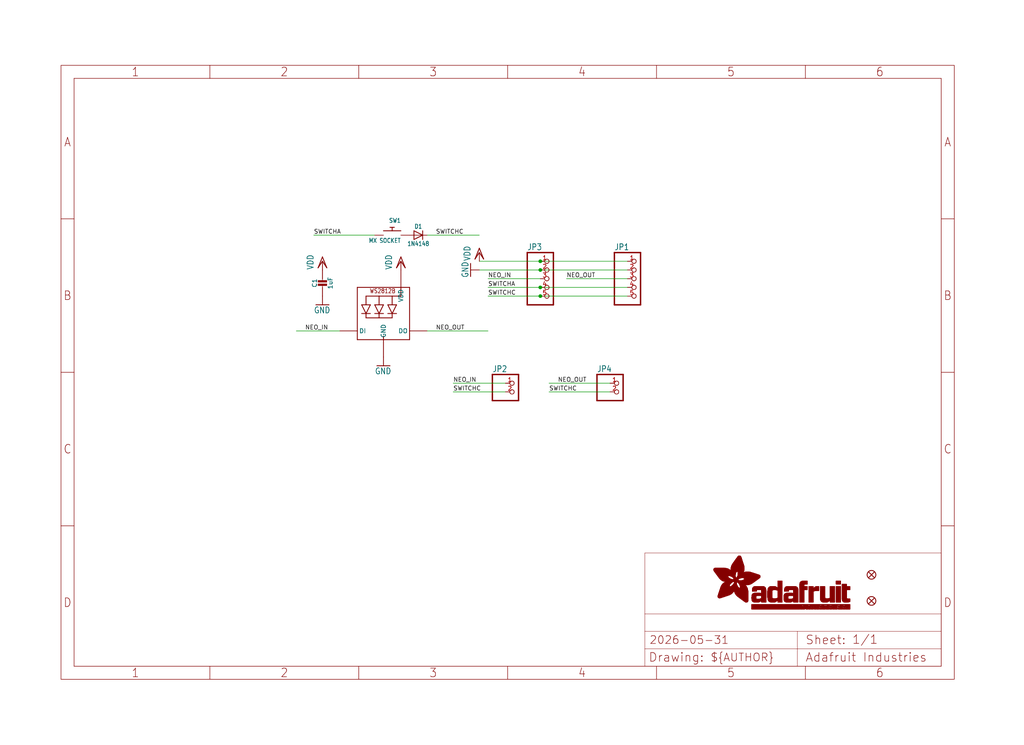
<source format=kicad_sch>
(kicad_sch (version 20230121) (generator eeschema)
  (paper "User" 298.45 217.322)
  (lib_symbols
    (symbol "working-eagle-import:CAP_CERAMIC0603_NO"
      (property "Reference" "C" (at -2.29 1.25 90))
      (symbol "CAP_CERAMIC0603_NO_1_0"
        (pin passive line (at 0 5.08 270) (length 2.54) (name "1") (number "1"))
        (pin passive line (at 0 -2.54 90) (length 2.54) (name "2") (number "2"))
      )
    )
    (symbol "working-eagle-import:DIODESOD-323"
      (property "Reference" "D" (at 0 2.54 0))
      (symbol "DIODESOD-323_1_0"
        (pin passive line (at -2.54 0 0) (length 2.54) (name "A") (number "A"))
        (pin passive line (at 2.54 0 180) (length 2.54) (name "C") (number "C"))
      )
    )
    (symbol "working-eagle-import:FIDUCIAL_1MM")
    (symbol "working-eagle-import:FRAME_A4_ADAFRUIT"
      (symbol "FRAME_A4_ADAFRUIT_1_0"
        (text "${#}/${##}" (at 230.505 10.16 0) (effects (font (size 2.54 2.54)) (justify left bottom)))
        (text "${AUTHOR}" (at 189.23 5.08 0) (effects (font (size 2.286 2.286)) (justify left bottom)))
        (text "${CURRENT_DATE}" (at 171.45 10.16 0) (effects (font (size 2.286 2.286)) (justify left bottom)))
        (text "${PROJECTNAME}" (at 171.45 15.24 0) (effects (font (size 2.54 2.54)) (justify left bottom)))
        (text "1" (at 21.6958 1.905 0) (effects (font (size 2.54 2.286))))
        (text "1" (at 21.6958 177.165 0) (effects (font (size 2.54 2.286))))
        (text "2" (at 65.0875 1.905 0) (effects (font (size 2.54 2.286))))
        (text "2" (at 65.0875 177.165 0) (effects (font (size 2.54 2.286))))
        (text "3" (at 108.4792 1.905 0) (effects (font (size 2.54 2.286))))
        (text "3" (at 108.4792 177.165 0) (effects (font (size 2.54 2.286))))
        (text "4" (at 151.8708 1.905 0) (effects (font (size 2.54 2.286))))
        (text "4" (at 151.8708 177.165 0) (effects (font (size 2.54 2.286))))
        (text "5" (at 195.2625 1.905 0) (effects (font (size 2.54 2.286))))
        (text "5" (at 195.2625 177.165 0) (effects (font (size 2.54 2.286))))
        (text "6" (at 238.6542 1.905 0) (effects (font (size 2.54 2.286))))
        (text "6" (at 238.6542 177.165 0) (effects (font (size 2.54 2.286))))
        (text "A" (at 1.905 156.6863 0) (effects (font (size 2.54 2.286))))
        (text "A" (at 258.445 156.6863 0) (effects (font (size 2.54 2.286))))
        (text "Adafruit Industries" (at 216.916 4.953 0) (effects (font (size 2.54 2.54)) (justify left bottom)))
        (text "B" (at 1.905 111.9188 0) (effects (font (size 2.54 2.286))))
        (text "B" (at 258.445 111.9188 0) (effects (font (size 2.54 2.286))))
        (text "C" (at 1.905 67.1513 0) (effects (font (size 2.54 2.286))))
        (text "C" (at 258.445 67.1513 0) (effects (font (size 2.54 2.286))))
        (text "D" (at 1.905 22.3838 0) (effects (font (size 2.54 2.286))))
        (text "D" (at 258.445 22.3838 0) (effects (font (size 2.54 2.286))))
        (text "Drawing:" (at 171.196 4.953 0) (effects (font (size 2.54 2.54)) (justify left bottom)))
        (text "Sheet:" (at 216.916 10.033 0) (effects (font (size 2.54 2.54)) (justify left bottom)))
      )
    )
    (symbol "working-eagle-import:GND" (power)
      (property "Value" "GND" (at -2.54 -2.54 0))
      (symbol "GND_1_0"
        (pin power_in line (at 0 2.54 270) (length 2.54) (name "GND") (number "1"))
      )
    )
    (symbol "working-eagle-import:HEADER-1X2ROUND"
      (property "Reference" "JP" (at -6.35 5.715 0))
      (symbol "HEADER-1X2ROUND_1_0"
        (pin passive inverted (at -2.54 2.54 0) (length 2.54) (name "1") (number "1"))
        (pin passive inverted (at -2.54 0 0) (length 2.54) (name "2") (number "2"))
      )
    )
    (symbol "working-eagle-import:HEADER-1X570MIL"
      (property "Reference" "JP" (at -6.35 8.255 0))
      (symbol "HEADER-1X570MIL_1_0"
        (pin passive inverted (at -2.54 5.08 0) (length 2.54) (name "1") (number "1"))
        (pin passive inverted (at -2.54 2.54 0) (length 2.54) (name "2") (number "2"))
        (pin passive inverted (at -2.54 0 0) (length 2.54) (name "3") (number "3"))
        (pin passive inverted (at -2.54 -2.54 0) (length 2.54) (name "4") (number "4"))
        (pin passive inverted (at -2.54 -5.08 0) (length 2.54) (name "5") (number "5"))
      )
    )
    (symbol "working-eagle-import:SWITCH_PUSHBUTTON_CHOCSOCKET"
      (property "Reference" "SW" (at -2.54 3.556 0))
      (symbol "SWITCH_PUSHBUTTON_CHOCSOCKET_1_0"
        (pin passive line (at -5.08 0 0) (length 2.54) (name "P$1") (number "1"))
        (pin passive line (at 5.08 0 180) (length 2.54) (name "P$2") (number "2"))
      )
    )
    (symbol "working-eagle-import:VDD" (power)
      (property "Value" "VDD" (at -2.54 -2.54 90))
      (symbol "VDD_1_0"
        (pin power_in line (at 0 -2.54 90) (length 2.54) (name "VDD") (number "1"))
      )
    )
    (symbol "working-eagle-import:WS2812B_SK6812E"
      (symbol "WS2812B_SK6812E_1_0"
        (text "WS2812B" (at -4.064 8.382 0) (effects (font (size 1.27 1.0795)) (justify left bottom)))
        (pin power_in line (at 5.08 15.24 270) (length 5.08) (name "VDD") (number "1-VDD"))
        (pin output line (at 12.7 -2.54 180) (length 5.08) (name "DO") (number "2-DOUT"))
        (pin power_in line (at 0 -10.16 90) (length 5.08) (name "GND") (number "3-GND"))
        (pin input line (at -12.7 -2.54 0) (length 5.08) (name "DI") (number "4-DIN"))
      )
    )
  )
  (junction (at 157.48 76.2))
  (junction (at 157.48 83.82))
  (junction (at 157.48 86.36))
  (junction (at 157.48 78.74))
  (wire (pts (xy 182.88 81.28) (xy 165.1 81.28)) (stroke (width 0.1524)))
  (wire (pts (xy 109.22 68.58) (xy 91.44 68.58)) (stroke (width 0.1524)))
  (wire (pts (xy 147.32 114.3) (xy 132.08 114.3)) (stroke (width 0.1524)))
  (wire (pts (xy 157.48 76.2) (xy 139.7 76.2)) (stroke (width 0.1524)))
  (wire (pts (xy 99.06 96.52) (xy 86.36 96.52)) (stroke (width 0.1524)))
  (wire (pts (xy 157.48 78.74) (xy 139.7 78.74)) (stroke (width 0.1524)))
  (wire (pts (xy 157.48 83.82) (xy 182.88 83.82)) (stroke (width 0.1524)))
  (wire (pts (xy 124.46 68.58) (xy 139.7 68.58)) (stroke (width 0.1524)))
  (wire (pts (xy 157.48 76.2) (xy 182.88 76.2)) (stroke (width 0.1524)))
  (wire (pts (xy 124.46 96.52) (xy 142.24 96.52)) (stroke (width 0.1524)))
  (wire (pts (xy 157.48 86.36) (xy 142.24 86.36)) (stroke (width 0.1524)))
  (wire (pts (xy 177.8 114.3) (xy 160.02 114.3)) (stroke (width 0.1524)))
  (wire (pts (xy 157.48 83.82) (xy 142.24 83.82)) (stroke (width 0.1524)))
  (wire (pts (xy 182.88 86.36) (xy 157.48 86.36)) (stroke (width 0.1524)))
  (wire (pts (xy 177.8 111.76) (xy 160.02 111.76)) (stroke (width 0.1524)))
  (wire (pts (xy 147.32 111.76) (xy 132.08 111.76)) (stroke (width 0.1524)))
  (wire (pts (xy 157.48 81.28) (xy 142.24 81.28)) (stroke (width 0.1524)))
  (wire (pts (xy 182.88 78.74) (xy 157.48 78.74)) (stroke (width 0.1524)))
  (label "SWITCHC" (at 142.24 86.36 0) (effects (font (size 1.2446 1.2446))))
  (label "SWITCHC" (at 132.08 114.3 0) (effects (font (size 1.2446 1.2446))))
  (label "SWITCHA" (at 91.44 68.58 0) (effects (font (size 1.2446 1.2446))))
  (label "SWITCHC" (at 127 68.58 0) (effects (font (size 1.2446 1.2446))))
  (label "NEO_OUT" (at 127 96.52 0) (effects (font (size 1.2446 1.2446))))
  (label "NEO_OUT" (at 165.1 81.28 0) (effects (font (size 1.2446 1.2446))))
  (label "SWITCHA" (at 142.24 83.82 0) (effects (font (size 1.2446 1.2446))))
  (label "SWITCHC" (at 160.02 114.3 0) (effects (font (size 1.2446 1.2446))))
  (label "NEO_IN" (at 142.24 81.28 0) (effects (font (size 1.2446 1.2446))))
  (label "NEO_IN" (at 88.9 96.52 0) (effects (font (size 1.2446 1.2446))))
  (label "NEO_IN" (at 132.08 111.76 0) (effects (font (size 1.2446 1.2446))))
  (label "NEO_OUT" (at 162.56 111.76 0) (effects (font (size 1.2446 1.2446))))
  (symbol (lib_id "working-eagle-import:DIODESOD-323") (at 121.92 68.58 0) (unit 1)
    (property "Reference" "D1" (at 121.92 66.04 0) (effects (font (size 1.27 1.0795))))
    (property "Value" "1N4148" (at 121.92 71.08 0) (effects (font (size 1.27 1.0795))))
    (property "Footprint" "working:SOD-323" (effects hide))
  )
  (symbol (lib_id "working-eagle-import:VDD") (at 139.7 73.66 0) (unit 1)
    (property "Reference" "#VDD2" (effects hide))
    (property "Value" "VDD" (at 137.16 76.2 90) (effects (font (size 1.778 1.5113)) (justify left bottom)))
  )
  (symbol (lib_id "working-eagle-import:CAP_CERAMIC0603_NO") (at 93.98 83.82 0) (unit 1)
    (property "Reference" "C1" (at 91.69 82.57 90))
    (property "Value" "1uF" (at 96.28 82.57 90))
    (property "Footprint" "working:0603-NO" (effects hide))
  )
  (symbol (lib_id "working-eagle-import:GND") (at 137.16 78.74 270) (unit 1)
    (property "Reference" "#GND2" (effects hide))
    (property "Value" "GND" (at 134.62 76.2 0) (effects (font (size 1.778 1.5113)) (justify left bottom)))
  )
  (symbol (lib_id "working-eagle-import:HEADER-1X2ROUND") (at 149.86 114.3 0) (unit 1)
    (property "Reference" "JP2" (at 143.51 108.585 0) (effects (font (size 1.778 1.5113)) (justify left bottom)))
    (property "Value" "HEADER-1X2ROUND" (effects hide))
    (property "Footprint" "working:1X02_ROUND" (effects hide))
  )
  (symbol (lib_id "working-eagle-import:VDD") (at 116.84 76.2 0) (unit 1)
    (property "Reference" "#VDD1" (effects hide))
    (property "Value" "VDD" (at 114.3 78.74 90) (effects (font (size 1.778 1.5113)) (justify left bottom)))
  )
  (symbol (lib_id "working-eagle-import:SWITCH_PUSHBUTTON_CHOCSOCKET") (at 114.3 68.58 0) (mirror y) (unit 1)
    (property "Reference" "SW1" (at 116.84 65.024 0) (effects (font (size 1.27 1.0795)) (justify left bottom)))
    (property "Value" "MX SOCKET" (at 116.84 70.866 0) (effects (font (size 1.27 1.0795)) (justify left bottom)))
    (property "Footprint" "working:KAILH_CHOC_SOCKET" (effects hide))
  )
  (symbol (lib_id "working-eagle-import:HEADER-1X2ROUND") (at 180.34 114.3 0) (unit 1)
    (property "Reference" "JP4" (at 173.99 108.585 0) (effects (font (size 1.778 1.5113)) (justify left bottom)))
    (property "Value" "HEADER-1X2ROUND" (effects hide))
    (property "Footprint" "working:1X02_ROUND" (effects hide))
  )
  (symbol (lib_id "working-eagle-import:GND") (at 93.98 88.9 0) (unit 1)
    (property "Reference" "#GND3" (effects hide))
    (property "Value" "GND" (at 91.44 91.44 0) (effects (font (size 1.778 1.5113)) (justify left bottom)))
  )
  (symbol (lib_id "working-eagle-import:HEADER-1X570MIL") (at 185.42 81.28 0) (unit 1)
    (property "Reference" "JP1" (at 179.07 73.025 0) (effects (font (size 1.778 1.5113)) (justify left bottom)))
    (property "Value" "HEADER-1X570MIL" (effects hide))
    (property "Footprint" "working:1X05_ROUND_70" (effects hide))
  )
  (symbol (lib_id "working-eagle-import:FIDUCIAL_1MM") (at 254 175.26 0) (unit 1)
    (property "Reference" "FID3" (effects hide))
    (property "Value" "FIDUCIAL_1MM" (effects hide))
    (property "Footprint" "working:FIDUCIAL_1MM" (effects hide))
  )
  (symbol (lib_id "working-eagle-import:FRAME_A4_ADAFRUIT") (at 17.78 198.12 0) (unit 1)
    (property "Reference" "#U$18" (effects hide))
    (property "Value" "FRAME_A4_ADAFRUIT" (effects hide))
  )
  (symbol (lib_id "working-eagle-import:HEADER-1X570MIL") (at 160.02 81.28 0) (unit 1)
    (property "Reference" "JP3" (at 153.67 73.025 0) (effects (font (size 1.778 1.5113)) (justify left bottom)))
    (property "Value" "HEADER-1X570MIL" (effects hide))
    (property "Footprint" "working:1X05_ROUND_70" (effects hide))
  )
  (symbol (lib_id "working-eagle-import:GND") (at 111.76 106.68 0) (unit 1)
    (property "Reference" "#GND1" (effects hide))
    (property "Value" "GND" (at 109.22 109.22 0) (effects (font (size 1.778 1.5113)) (justify left bottom)))
  )
  (symbol (lib_id "working-eagle-import:VDD") (at 93.98 76.2 0) (unit 1)
    (property "Reference" "#VDD3" (effects hide))
    (property "Value" "VDD" (at 91.44 78.74 90) (effects (font (size 1.778 1.5113)) (justify left bottom)))
  )
  (symbol (lib_id "working-eagle-import:WS2812B_SK6812E") (at 111.76 93.98 0) (unit 1)
    (property "Reference" "LED1" (effects hide))
    (property "Value" "WS2812B_SK6812E" (effects hide))
    (property "Footprint" "working:NEO3535_REVERSE" (effects hide))
  )
  (symbol (lib_id "working-eagle-import:FIDUCIAL_1MM") (at 254 167.64 0) (unit 1)
    (property "Reference" "FID4" (effects hide))
    (property "Value" "FIDUCIAL_1MM" (effects hide))
    (property "Footprint" "working:FIDUCIAL_1MM" (effects hide))
  )
)
</source>
